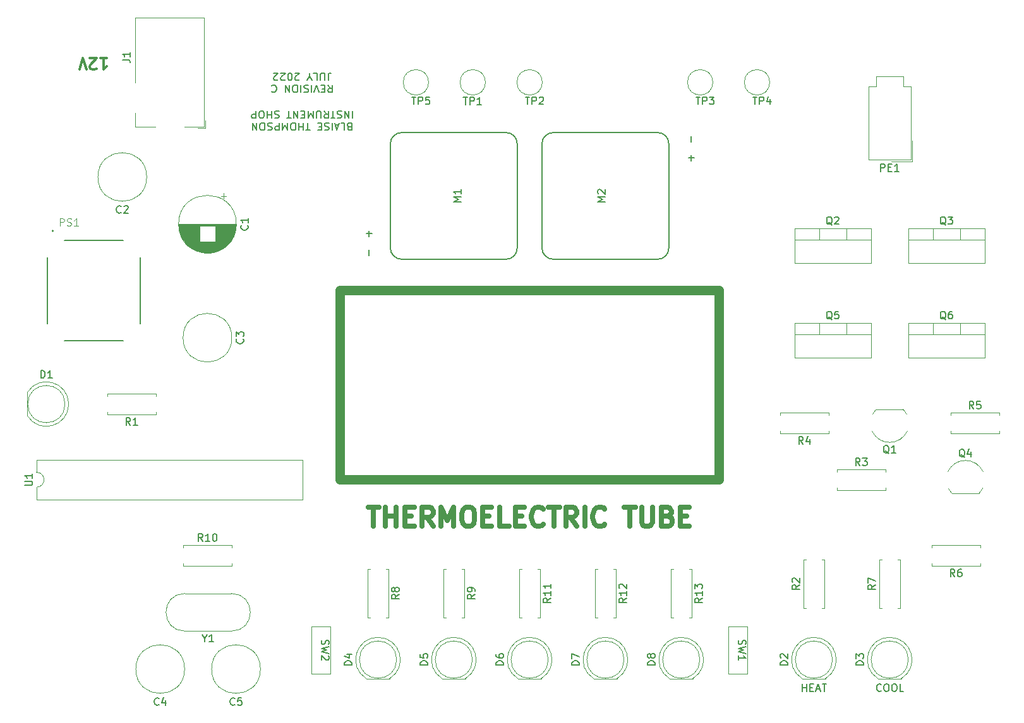
<source format=gbr>
G04 #@! TF.GenerationSoftware,KiCad,Pcbnew,6.0.6+dfsg-1*
G04 #@! TF.CreationDate,2022-07-08T16:57:29-05:00*
G04 #@! TF.ProjectId,thermoelectric-tube,74686572-6d6f-4656-9c65-63747269632d,C*
G04 #@! TF.SameCoordinates,Original*
G04 #@! TF.FileFunction,Legend,Top*
G04 #@! TF.FilePolarity,Positive*
%FSLAX46Y46*%
G04 Gerber Fmt 4.6, Leading zero omitted, Abs format (unit mm)*
G04 Created by KiCad (PCBNEW 6.0.6+dfsg-1) date 2022-07-08 16:57:29*
%MOMM*%
%LPD*%
G01*
G04 APERTURE LIST*
%ADD10C,1.270000*%
%ADD11C,0.150000*%
%ADD12C,0.300000*%
%ADD13C,0.635000*%
%ADD14C,0.015000*%
%ADD15C,0.120000*%
%ADD16C,0.127000*%
%ADD17C,0.200000*%
G04 APERTURE END LIST*
D10*
X139700000Y-101600000D02*
X88900000Y-101600000D01*
X139700000Y-101600000D02*
X139700000Y-76200000D01*
X88900000Y-101600000D02*
X88900000Y-76200000D01*
X88900000Y-76200000D02*
X139700000Y-76200000D01*
D11*
X150852380Y-129992380D02*
X150852380Y-128992380D01*
X150852380Y-129468571D02*
X151423809Y-129468571D01*
X151423809Y-129992380D02*
X151423809Y-128992380D01*
X151900000Y-129468571D02*
X152233333Y-129468571D01*
X152376190Y-129992380D02*
X151900000Y-129992380D01*
X151900000Y-128992380D01*
X152376190Y-128992380D01*
X152757142Y-129706666D02*
X153233333Y-129706666D01*
X152661904Y-129992380D02*
X152995238Y-128992380D01*
X153328571Y-129992380D01*
X153519047Y-128992380D02*
X154090476Y-128992380D01*
X153804761Y-129992380D02*
X153804761Y-128992380D01*
X161417142Y-129897142D02*
X161369523Y-129944761D01*
X161226666Y-129992380D01*
X161131428Y-129992380D01*
X160988571Y-129944761D01*
X160893333Y-129849523D01*
X160845714Y-129754285D01*
X160798095Y-129563809D01*
X160798095Y-129420952D01*
X160845714Y-129230476D01*
X160893333Y-129135238D01*
X160988571Y-129040000D01*
X161131428Y-128992380D01*
X161226666Y-128992380D01*
X161369523Y-129040000D01*
X161417142Y-129087619D01*
X162036190Y-128992380D02*
X162226666Y-128992380D01*
X162321904Y-129040000D01*
X162417142Y-129135238D01*
X162464761Y-129325714D01*
X162464761Y-129659047D01*
X162417142Y-129849523D01*
X162321904Y-129944761D01*
X162226666Y-129992380D01*
X162036190Y-129992380D01*
X161940952Y-129944761D01*
X161845714Y-129849523D01*
X161798095Y-129659047D01*
X161798095Y-129325714D01*
X161845714Y-129135238D01*
X161940952Y-129040000D01*
X162036190Y-128992380D01*
X163083809Y-128992380D02*
X163274285Y-128992380D01*
X163369523Y-129040000D01*
X163464761Y-129135238D01*
X163512380Y-129325714D01*
X163512380Y-129659047D01*
X163464761Y-129849523D01*
X163369523Y-129944761D01*
X163274285Y-129992380D01*
X163083809Y-129992380D01*
X162988571Y-129944761D01*
X162893333Y-129849523D01*
X162845714Y-129659047D01*
X162845714Y-129325714D01*
X162893333Y-129135238D01*
X162988571Y-129040000D01*
X163083809Y-128992380D01*
X164417142Y-129992380D02*
X163940952Y-129992380D01*
X163940952Y-128992380D01*
X87272380Y-48612619D02*
X87605714Y-49088809D01*
X87843809Y-48612619D02*
X87843809Y-49612619D01*
X87462857Y-49612619D01*
X87367619Y-49565000D01*
X87320000Y-49517380D01*
X87272380Y-49422142D01*
X87272380Y-49279285D01*
X87320000Y-49184047D01*
X87367619Y-49136428D01*
X87462857Y-49088809D01*
X87843809Y-49088809D01*
X86843809Y-49136428D02*
X86510476Y-49136428D01*
X86367619Y-48612619D02*
X86843809Y-48612619D01*
X86843809Y-49612619D01*
X86367619Y-49612619D01*
X86081904Y-49612619D02*
X85748571Y-48612619D01*
X85415238Y-49612619D01*
X85081904Y-48612619D02*
X85081904Y-49612619D01*
X84653333Y-48660238D02*
X84510476Y-48612619D01*
X84272380Y-48612619D01*
X84177142Y-48660238D01*
X84129523Y-48707857D01*
X84081904Y-48803095D01*
X84081904Y-48898333D01*
X84129523Y-48993571D01*
X84177142Y-49041190D01*
X84272380Y-49088809D01*
X84462857Y-49136428D01*
X84558095Y-49184047D01*
X84605714Y-49231666D01*
X84653333Y-49326904D01*
X84653333Y-49422142D01*
X84605714Y-49517380D01*
X84558095Y-49565000D01*
X84462857Y-49612619D01*
X84224761Y-49612619D01*
X84081904Y-49565000D01*
X83653333Y-48612619D02*
X83653333Y-49612619D01*
X82986666Y-49612619D02*
X82796190Y-49612619D01*
X82700952Y-49565000D01*
X82605714Y-49469761D01*
X82558095Y-49279285D01*
X82558095Y-48945952D01*
X82605714Y-48755476D01*
X82700952Y-48660238D01*
X82796190Y-48612619D01*
X82986666Y-48612619D01*
X83081904Y-48660238D01*
X83177142Y-48755476D01*
X83224761Y-48945952D01*
X83224761Y-49279285D01*
X83177142Y-49469761D01*
X83081904Y-49565000D01*
X82986666Y-49612619D01*
X82129523Y-48612619D02*
X82129523Y-49612619D01*
X81558095Y-48612619D01*
X81558095Y-49612619D01*
X79748571Y-48707857D02*
X79796190Y-48660238D01*
X79939047Y-48612619D01*
X80034285Y-48612619D01*
X80177142Y-48660238D01*
X80272380Y-48755476D01*
X80320000Y-48850714D01*
X80367619Y-49041190D01*
X80367619Y-49184047D01*
X80320000Y-49374523D01*
X80272380Y-49469761D01*
X80177142Y-49565000D01*
X80034285Y-49612619D01*
X79939047Y-49612619D01*
X79796190Y-49565000D01*
X79748571Y-49517380D01*
X87320000Y-48002619D02*
X87320000Y-47288333D01*
X87367619Y-47145476D01*
X87462857Y-47050238D01*
X87605714Y-47002619D01*
X87700952Y-47002619D01*
X86843809Y-48002619D02*
X86843809Y-47193095D01*
X86796190Y-47097857D01*
X86748571Y-47050238D01*
X86653333Y-47002619D01*
X86462857Y-47002619D01*
X86367619Y-47050238D01*
X86320000Y-47097857D01*
X86272380Y-47193095D01*
X86272380Y-48002619D01*
X85320000Y-47002619D02*
X85796190Y-47002619D01*
X85796190Y-48002619D01*
X84796190Y-47478809D02*
X84796190Y-47002619D01*
X85129523Y-48002619D02*
X84796190Y-47478809D01*
X84462857Y-48002619D01*
X83415238Y-47907380D02*
X83367619Y-47955000D01*
X83272380Y-48002619D01*
X83034285Y-48002619D01*
X82939047Y-47955000D01*
X82891428Y-47907380D01*
X82843809Y-47812142D01*
X82843809Y-47716904D01*
X82891428Y-47574047D01*
X83462857Y-47002619D01*
X82843809Y-47002619D01*
X82224761Y-48002619D02*
X82129523Y-48002619D01*
X82034285Y-47955000D01*
X81986666Y-47907380D01*
X81939047Y-47812142D01*
X81891428Y-47621666D01*
X81891428Y-47383571D01*
X81939047Y-47193095D01*
X81986666Y-47097857D01*
X82034285Y-47050238D01*
X82129523Y-47002619D01*
X82224761Y-47002619D01*
X82320000Y-47050238D01*
X82367619Y-47097857D01*
X82415238Y-47193095D01*
X82462857Y-47383571D01*
X82462857Y-47621666D01*
X82415238Y-47812142D01*
X82367619Y-47907380D01*
X82320000Y-47955000D01*
X82224761Y-48002619D01*
X81510476Y-47907380D02*
X81462857Y-47955000D01*
X81367619Y-48002619D01*
X81129523Y-48002619D01*
X81034285Y-47955000D01*
X80986666Y-47907380D01*
X80939047Y-47812142D01*
X80939047Y-47716904D01*
X80986666Y-47574047D01*
X81558095Y-47002619D01*
X80939047Y-47002619D01*
X80558095Y-47907380D02*
X80510476Y-47955000D01*
X80415238Y-48002619D01*
X80177142Y-48002619D01*
X80081904Y-47955000D01*
X80034285Y-47907380D01*
X79986666Y-47812142D01*
X79986666Y-47716904D01*
X80034285Y-47574047D01*
X80605714Y-47002619D01*
X79986666Y-47002619D01*
D12*
X56808571Y-45041428D02*
X57665714Y-45041428D01*
X57237142Y-45041428D02*
X57237142Y-46541428D01*
X57380000Y-46327142D01*
X57522857Y-46184285D01*
X57665714Y-46112857D01*
X56237142Y-46398571D02*
X56165714Y-46470000D01*
X56022857Y-46541428D01*
X55665714Y-46541428D01*
X55522857Y-46470000D01*
X55451428Y-46398571D01*
X55380000Y-46255714D01*
X55380000Y-46112857D01*
X55451428Y-45898571D01*
X56308571Y-45041428D01*
X55380000Y-45041428D01*
X54951428Y-46541428D02*
X54451428Y-45041428D01*
X53951428Y-46541428D01*
D11*
X90153333Y-54216428D02*
X90010476Y-54168809D01*
X89962857Y-54121190D01*
X89915238Y-54025952D01*
X89915238Y-53883095D01*
X89962857Y-53787857D01*
X90010476Y-53740238D01*
X90105714Y-53692619D01*
X90486666Y-53692619D01*
X90486666Y-54692619D01*
X90153333Y-54692619D01*
X90058095Y-54645000D01*
X90010476Y-54597380D01*
X89962857Y-54502142D01*
X89962857Y-54406904D01*
X90010476Y-54311666D01*
X90058095Y-54264047D01*
X90153333Y-54216428D01*
X90486666Y-54216428D01*
X89010476Y-53692619D02*
X89486666Y-53692619D01*
X89486666Y-54692619D01*
X88724761Y-53978333D02*
X88248571Y-53978333D01*
X88820000Y-53692619D02*
X88486666Y-54692619D01*
X88153333Y-53692619D01*
X87820000Y-53692619D02*
X87820000Y-54692619D01*
X87391428Y-53740238D02*
X87248571Y-53692619D01*
X87010476Y-53692619D01*
X86915238Y-53740238D01*
X86867619Y-53787857D01*
X86820000Y-53883095D01*
X86820000Y-53978333D01*
X86867619Y-54073571D01*
X86915238Y-54121190D01*
X87010476Y-54168809D01*
X87200952Y-54216428D01*
X87296190Y-54264047D01*
X87343809Y-54311666D01*
X87391428Y-54406904D01*
X87391428Y-54502142D01*
X87343809Y-54597380D01*
X87296190Y-54645000D01*
X87200952Y-54692619D01*
X86962857Y-54692619D01*
X86820000Y-54645000D01*
X86391428Y-54216428D02*
X86058095Y-54216428D01*
X85915238Y-53692619D02*
X86391428Y-53692619D01*
X86391428Y-54692619D01*
X85915238Y-54692619D01*
X84867619Y-54692619D02*
X84296190Y-54692619D01*
X84581904Y-53692619D02*
X84581904Y-54692619D01*
X83962857Y-53692619D02*
X83962857Y-54692619D01*
X83962857Y-54216428D02*
X83391428Y-54216428D01*
X83391428Y-53692619D02*
X83391428Y-54692619D01*
X82724761Y-54692619D02*
X82534285Y-54692619D01*
X82439047Y-54645000D01*
X82343809Y-54549761D01*
X82296190Y-54359285D01*
X82296190Y-54025952D01*
X82343809Y-53835476D01*
X82439047Y-53740238D01*
X82534285Y-53692619D01*
X82724761Y-53692619D01*
X82820000Y-53740238D01*
X82915238Y-53835476D01*
X82962857Y-54025952D01*
X82962857Y-54359285D01*
X82915238Y-54549761D01*
X82820000Y-54645000D01*
X82724761Y-54692619D01*
X81867619Y-53692619D02*
X81867619Y-54692619D01*
X81534285Y-53978333D01*
X81200952Y-54692619D01*
X81200952Y-53692619D01*
X80724761Y-53692619D02*
X80724761Y-54692619D01*
X80343809Y-54692619D01*
X80248571Y-54645000D01*
X80200952Y-54597380D01*
X80153333Y-54502142D01*
X80153333Y-54359285D01*
X80200952Y-54264047D01*
X80248571Y-54216428D01*
X80343809Y-54168809D01*
X80724761Y-54168809D01*
X79772380Y-53740238D02*
X79629523Y-53692619D01*
X79391428Y-53692619D01*
X79296190Y-53740238D01*
X79248571Y-53787857D01*
X79200952Y-53883095D01*
X79200952Y-53978333D01*
X79248571Y-54073571D01*
X79296190Y-54121190D01*
X79391428Y-54168809D01*
X79581904Y-54216428D01*
X79677142Y-54264047D01*
X79724761Y-54311666D01*
X79772380Y-54406904D01*
X79772380Y-54502142D01*
X79724761Y-54597380D01*
X79677142Y-54645000D01*
X79581904Y-54692619D01*
X79343809Y-54692619D01*
X79200952Y-54645000D01*
X78581904Y-54692619D02*
X78391428Y-54692619D01*
X78296190Y-54645000D01*
X78200952Y-54549761D01*
X78153333Y-54359285D01*
X78153333Y-54025952D01*
X78200952Y-53835476D01*
X78296190Y-53740238D01*
X78391428Y-53692619D01*
X78581904Y-53692619D01*
X78677142Y-53740238D01*
X78772380Y-53835476D01*
X78820000Y-54025952D01*
X78820000Y-54359285D01*
X78772380Y-54549761D01*
X78677142Y-54645000D01*
X78581904Y-54692619D01*
X77724761Y-53692619D02*
X77724761Y-54692619D01*
X77153333Y-53692619D01*
X77153333Y-54692619D01*
X90558095Y-52082619D02*
X90558095Y-53082619D01*
X90081904Y-52082619D02*
X90081904Y-53082619D01*
X89510476Y-52082619D01*
X89510476Y-53082619D01*
X89081904Y-52130238D02*
X88939047Y-52082619D01*
X88700952Y-52082619D01*
X88605714Y-52130238D01*
X88558095Y-52177857D01*
X88510476Y-52273095D01*
X88510476Y-52368333D01*
X88558095Y-52463571D01*
X88605714Y-52511190D01*
X88700952Y-52558809D01*
X88891428Y-52606428D01*
X88986666Y-52654047D01*
X89034285Y-52701666D01*
X89081904Y-52796904D01*
X89081904Y-52892142D01*
X89034285Y-52987380D01*
X88986666Y-53035000D01*
X88891428Y-53082619D01*
X88653333Y-53082619D01*
X88510476Y-53035000D01*
X88224761Y-53082619D02*
X87653333Y-53082619D01*
X87939047Y-52082619D02*
X87939047Y-53082619D01*
X86748571Y-52082619D02*
X87081904Y-52558809D01*
X87320000Y-52082619D02*
X87320000Y-53082619D01*
X86939047Y-53082619D01*
X86843809Y-53035000D01*
X86796190Y-52987380D01*
X86748571Y-52892142D01*
X86748571Y-52749285D01*
X86796190Y-52654047D01*
X86843809Y-52606428D01*
X86939047Y-52558809D01*
X87320000Y-52558809D01*
X86320000Y-53082619D02*
X86320000Y-52273095D01*
X86272380Y-52177857D01*
X86224761Y-52130238D01*
X86129523Y-52082619D01*
X85939047Y-52082619D01*
X85843809Y-52130238D01*
X85796190Y-52177857D01*
X85748571Y-52273095D01*
X85748571Y-53082619D01*
X85272380Y-52082619D02*
X85272380Y-53082619D01*
X84939047Y-52368333D01*
X84605714Y-53082619D01*
X84605714Y-52082619D01*
X84129523Y-52606428D02*
X83796190Y-52606428D01*
X83653333Y-52082619D02*
X84129523Y-52082619D01*
X84129523Y-53082619D01*
X83653333Y-53082619D01*
X83224761Y-52082619D02*
X83224761Y-53082619D01*
X82653333Y-52082619D01*
X82653333Y-53082619D01*
X82320000Y-53082619D02*
X81748571Y-53082619D01*
X82034285Y-52082619D02*
X82034285Y-53082619D01*
X80700952Y-52130238D02*
X80558095Y-52082619D01*
X80320000Y-52082619D01*
X80224761Y-52130238D01*
X80177142Y-52177857D01*
X80129523Y-52273095D01*
X80129523Y-52368333D01*
X80177142Y-52463571D01*
X80224761Y-52511190D01*
X80320000Y-52558809D01*
X80510476Y-52606428D01*
X80605714Y-52654047D01*
X80653333Y-52701666D01*
X80700952Y-52796904D01*
X80700952Y-52892142D01*
X80653333Y-52987380D01*
X80605714Y-53035000D01*
X80510476Y-53082619D01*
X80272380Y-53082619D01*
X80129523Y-53035000D01*
X79700952Y-52082619D02*
X79700952Y-53082619D01*
X79700952Y-52606428D02*
X79129523Y-52606428D01*
X79129523Y-52082619D02*
X79129523Y-53082619D01*
X78462857Y-53082619D02*
X78272380Y-53082619D01*
X78177142Y-53035000D01*
X78081904Y-52939761D01*
X78034285Y-52749285D01*
X78034285Y-52415952D01*
X78081904Y-52225476D01*
X78177142Y-52130238D01*
X78272380Y-52082619D01*
X78462857Y-52082619D01*
X78558095Y-52130238D01*
X78653333Y-52225476D01*
X78700952Y-52415952D01*
X78700952Y-52749285D01*
X78653333Y-52939761D01*
X78558095Y-53035000D01*
X78462857Y-53082619D01*
X77605714Y-52082619D02*
X77605714Y-53082619D01*
X77224761Y-53082619D01*
X77129523Y-53035000D01*
X77081904Y-52987380D01*
X77034285Y-52892142D01*
X77034285Y-52749285D01*
X77081904Y-52654047D01*
X77129523Y-52606428D01*
X77224761Y-52558809D01*
X77605714Y-52558809D01*
D13*
X92649523Y-105289047D02*
X94100952Y-105289047D01*
X93375238Y-107829047D02*
X93375238Y-105289047D01*
X94947619Y-107829047D02*
X94947619Y-105289047D01*
X94947619Y-106498571D02*
X96399047Y-106498571D01*
X96399047Y-107829047D02*
X96399047Y-105289047D01*
X97608571Y-106498571D02*
X98455238Y-106498571D01*
X98818095Y-107829047D02*
X97608571Y-107829047D01*
X97608571Y-105289047D01*
X98818095Y-105289047D01*
X101358095Y-107829047D02*
X100511428Y-106619523D01*
X99906666Y-107829047D02*
X99906666Y-105289047D01*
X100874285Y-105289047D01*
X101116190Y-105410000D01*
X101237142Y-105530952D01*
X101358095Y-105772857D01*
X101358095Y-106135714D01*
X101237142Y-106377619D01*
X101116190Y-106498571D01*
X100874285Y-106619523D01*
X99906666Y-106619523D01*
X102446666Y-107829047D02*
X102446666Y-105289047D01*
X103293333Y-107103333D01*
X104140000Y-105289047D01*
X104140000Y-107829047D01*
X105833333Y-105289047D02*
X106317142Y-105289047D01*
X106559047Y-105410000D01*
X106800952Y-105651904D01*
X106921904Y-106135714D01*
X106921904Y-106982380D01*
X106800952Y-107466190D01*
X106559047Y-107708095D01*
X106317142Y-107829047D01*
X105833333Y-107829047D01*
X105591428Y-107708095D01*
X105349523Y-107466190D01*
X105228571Y-106982380D01*
X105228571Y-106135714D01*
X105349523Y-105651904D01*
X105591428Y-105410000D01*
X105833333Y-105289047D01*
X108010476Y-106498571D02*
X108857142Y-106498571D01*
X109220000Y-107829047D02*
X108010476Y-107829047D01*
X108010476Y-105289047D01*
X109220000Y-105289047D01*
X111518095Y-107829047D02*
X110308571Y-107829047D01*
X110308571Y-105289047D01*
X112364761Y-106498571D02*
X113211428Y-106498571D01*
X113574285Y-107829047D02*
X112364761Y-107829047D01*
X112364761Y-105289047D01*
X113574285Y-105289047D01*
X116114285Y-107587142D02*
X115993333Y-107708095D01*
X115630476Y-107829047D01*
X115388571Y-107829047D01*
X115025714Y-107708095D01*
X114783809Y-107466190D01*
X114662857Y-107224285D01*
X114541904Y-106740476D01*
X114541904Y-106377619D01*
X114662857Y-105893809D01*
X114783809Y-105651904D01*
X115025714Y-105410000D01*
X115388571Y-105289047D01*
X115630476Y-105289047D01*
X115993333Y-105410000D01*
X116114285Y-105530952D01*
X116840000Y-105289047D02*
X118291428Y-105289047D01*
X117565714Y-107829047D02*
X117565714Y-105289047D01*
X120589523Y-107829047D02*
X119742857Y-106619523D01*
X119138095Y-107829047D02*
X119138095Y-105289047D01*
X120105714Y-105289047D01*
X120347619Y-105410000D01*
X120468571Y-105530952D01*
X120589523Y-105772857D01*
X120589523Y-106135714D01*
X120468571Y-106377619D01*
X120347619Y-106498571D01*
X120105714Y-106619523D01*
X119138095Y-106619523D01*
X121678095Y-107829047D02*
X121678095Y-105289047D01*
X124339047Y-107587142D02*
X124218095Y-107708095D01*
X123855238Y-107829047D01*
X123613333Y-107829047D01*
X123250476Y-107708095D01*
X123008571Y-107466190D01*
X122887619Y-107224285D01*
X122766666Y-106740476D01*
X122766666Y-106377619D01*
X122887619Y-105893809D01*
X123008571Y-105651904D01*
X123250476Y-105410000D01*
X123613333Y-105289047D01*
X123855238Y-105289047D01*
X124218095Y-105410000D01*
X124339047Y-105530952D01*
X127000000Y-105289047D02*
X128451428Y-105289047D01*
X127725714Y-107829047D02*
X127725714Y-105289047D01*
X129298095Y-105289047D02*
X129298095Y-107345238D01*
X129419047Y-107587142D01*
X129540000Y-107708095D01*
X129781904Y-107829047D01*
X130265714Y-107829047D01*
X130507619Y-107708095D01*
X130628571Y-107587142D01*
X130749523Y-107345238D01*
X130749523Y-105289047D01*
X132805714Y-106498571D02*
X133168571Y-106619523D01*
X133289523Y-106740476D01*
X133410476Y-106982380D01*
X133410476Y-107345238D01*
X133289523Y-107587142D01*
X133168571Y-107708095D01*
X132926666Y-107829047D01*
X131959047Y-107829047D01*
X131959047Y-105289047D01*
X132805714Y-105289047D01*
X133047619Y-105410000D01*
X133168571Y-105530952D01*
X133289523Y-105772857D01*
X133289523Y-106014761D01*
X133168571Y-106256666D01*
X133047619Y-106377619D01*
X132805714Y-106498571D01*
X131959047Y-106498571D01*
X134499047Y-106498571D02*
X135345714Y-106498571D01*
X135708571Y-107829047D02*
X134499047Y-107829047D01*
X134499047Y-105289047D01*
X135708571Y-105289047D01*
D11*
X172624761Y-98587619D02*
X172529523Y-98540000D01*
X172434285Y-98444761D01*
X172291428Y-98301904D01*
X172196190Y-98254285D01*
X172100952Y-98254285D01*
X172148571Y-98492380D02*
X172053333Y-98444761D01*
X171958095Y-98349523D01*
X171910476Y-98159047D01*
X171910476Y-97825714D01*
X171958095Y-97635238D01*
X172053333Y-97540000D01*
X172148571Y-97492380D01*
X172339047Y-97492380D01*
X172434285Y-97540000D01*
X172529523Y-97635238D01*
X172577142Y-97825714D01*
X172577142Y-98159047D01*
X172529523Y-98349523D01*
X172434285Y-98444761D01*
X172339047Y-98492380D01*
X172148571Y-98492380D01*
X173434285Y-97825714D02*
X173434285Y-98492380D01*
X173196190Y-97444761D02*
X172958095Y-98159047D01*
X173577142Y-98159047D01*
X59543333Y-65717142D02*
X59495714Y-65764761D01*
X59352857Y-65812380D01*
X59257619Y-65812380D01*
X59114761Y-65764761D01*
X59019523Y-65669523D01*
X58971904Y-65574285D01*
X58924285Y-65383809D01*
X58924285Y-65240952D01*
X58971904Y-65050476D01*
X59019523Y-64955238D01*
X59114761Y-64860000D01*
X59257619Y-64812380D01*
X59352857Y-64812380D01*
X59495714Y-64860000D01*
X59543333Y-64907619D01*
X59924285Y-64907619D02*
X59971904Y-64860000D01*
X60067142Y-64812380D01*
X60305238Y-64812380D01*
X60400476Y-64860000D01*
X60448095Y-64907619D01*
X60495714Y-65002857D01*
X60495714Y-65098095D01*
X60448095Y-65240952D01*
X59876666Y-65812380D01*
X60495714Y-65812380D01*
X48791904Y-87932380D02*
X48791904Y-86932380D01*
X49030000Y-86932380D01*
X49172857Y-86980000D01*
X49268095Y-87075238D01*
X49315714Y-87170476D01*
X49363333Y-87360952D01*
X49363333Y-87503809D01*
X49315714Y-87694285D01*
X49268095Y-87789523D01*
X49172857Y-87884761D01*
X49030000Y-87932380D01*
X48791904Y-87932380D01*
X50315714Y-87932380D02*
X49744285Y-87932380D01*
X50030000Y-87932380D02*
X50030000Y-86932380D01*
X49934761Y-87075238D01*
X49839523Y-87170476D01*
X49744285Y-87218095D01*
X148892380Y-126468095D02*
X147892380Y-126468095D01*
X147892380Y-126230000D01*
X147940000Y-126087142D01*
X148035238Y-125991904D01*
X148130476Y-125944285D01*
X148320952Y-125896666D01*
X148463809Y-125896666D01*
X148654285Y-125944285D01*
X148749523Y-125991904D01*
X148844761Y-126087142D01*
X148892380Y-126230000D01*
X148892380Y-126468095D01*
X147987619Y-125515714D02*
X147940000Y-125468095D01*
X147892380Y-125372857D01*
X147892380Y-125134761D01*
X147940000Y-125039523D01*
X147987619Y-124991904D01*
X148082857Y-124944285D01*
X148178095Y-124944285D01*
X148320952Y-124991904D01*
X148892380Y-125563333D01*
X148892380Y-124944285D01*
X159052380Y-126468095D02*
X158052380Y-126468095D01*
X158052380Y-126230000D01*
X158100000Y-126087142D01*
X158195238Y-125991904D01*
X158290476Y-125944285D01*
X158480952Y-125896666D01*
X158623809Y-125896666D01*
X158814285Y-125944285D01*
X158909523Y-125991904D01*
X159004761Y-126087142D01*
X159052380Y-126230000D01*
X159052380Y-126468095D01*
X158052380Y-125563333D02*
X158052380Y-124944285D01*
X158433333Y-125277619D01*
X158433333Y-125134761D01*
X158480952Y-125039523D01*
X158528571Y-124991904D01*
X158623809Y-124944285D01*
X158861904Y-124944285D01*
X158957142Y-124991904D01*
X159004761Y-125039523D01*
X159052380Y-125134761D01*
X159052380Y-125420476D01*
X159004761Y-125515714D01*
X158957142Y-125563333D01*
X59742380Y-45223333D02*
X60456666Y-45223333D01*
X60599523Y-45270952D01*
X60694761Y-45366190D01*
X60742380Y-45509047D01*
X60742380Y-45604285D01*
X60742380Y-44223333D02*
X60742380Y-44794761D01*
X60742380Y-44509047D02*
X59742380Y-44509047D01*
X59885238Y-44604285D01*
X59980476Y-44699523D01*
X60028095Y-44794761D01*
X170084761Y-67397619D02*
X169989523Y-67350000D01*
X169894285Y-67254761D01*
X169751428Y-67111904D01*
X169656190Y-67064285D01*
X169560952Y-67064285D01*
X169608571Y-67302380D02*
X169513333Y-67254761D01*
X169418095Y-67159523D01*
X169370476Y-66969047D01*
X169370476Y-66635714D01*
X169418095Y-66445238D01*
X169513333Y-66350000D01*
X169608571Y-66302380D01*
X169799047Y-66302380D01*
X169894285Y-66350000D01*
X169989523Y-66445238D01*
X170037142Y-66635714D01*
X170037142Y-66969047D01*
X169989523Y-67159523D01*
X169894285Y-67254761D01*
X169799047Y-67302380D01*
X169608571Y-67302380D01*
X170370476Y-66302380D02*
X170989523Y-66302380D01*
X170656190Y-66683333D01*
X170799047Y-66683333D01*
X170894285Y-66730952D01*
X170941904Y-66778571D01*
X170989523Y-66873809D01*
X170989523Y-67111904D01*
X170941904Y-67207142D01*
X170894285Y-67254761D01*
X170799047Y-67302380D01*
X170513333Y-67302380D01*
X170418095Y-67254761D01*
X170370476Y-67207142D01*
X154844761Y-80097619D02*
X154749523Y-80050000D01*
X154654285Y-79954761D01*
X154511428Y-79811904D01*
X154416190Y-79764285D01*
X154320952Y-79764285D01*
X154368571Y-80002380D02*
X154273333Y-79954761D01*
X154178095Y-79859523D01*
X154130476Y-79669047D01*
X154130476Y-79335714D01*
X154178095Y-79145238D01*
X154273333Y-79050000D01*
X154368571Y-79002380D01*
X154559047Y-79002380D01*
X154654285Y-79050000D01*
X154749523Y-79145238D01*
X154797142Y-79335714D01*
X154797142Y-79669047D01*
X154749523Y-79859523D01*
X154654285Y-79954761D01*
X154559047Y-80002380D01*
X154368571Y-80002380D01*
X155701904Y-79002380D02*
X155225714Y-79002380D01*
X155178095Y-79478571D01*
X155225714Y-79430952D01*
X155320952Y-79383333D01*
X155559047Y-79383333D01*
X155654285Y-79430952D01*
X155701904Y-79478571D01*
X155749523Y-79573809D01*
X155749523Y-79811904D01*
X155701904Y-79907142D01*
X155654285Y-79954761D01*
X155559047Y-80002380D01*
X155320952Y-80002380D01*
X155225714Y-79954761D01*
X155178095Y-79907142D01*
X170084761Y-80097619D02*
X169989523Y-80050000D01*
X169894285Y-79954761D01*
X169751428Y-79811904D01*
X169656190Y-79764285D01*
X169560952Y-79764285D01*
X169608571Y-80002380D02*
X169513333Y-79954761D01*
X169418095Y-79859523D01*
X169370476Y-79669047D01*
X169370476Y-79335714D01*
X169418095Y-79145238D01*
X169513333Y-79050000D01*
X169608571Y-79002380D01*
X169799047Y-79002380D01*
X169894285Y-79050000D01*
X169989523Y-79145238D01*
X170037142Y-79335714D01*
X170037142Y-79669047D01*
X169989523Y-79859523D01*
X169894285Y-79954761D01*
X169799047Y-80002380D01*
X169608571Y-80002380D01*
X170894285Y-79002380D02*
X170703809Y-79002380D01*
X170608571Y-79050000D01*
X170560952Y-79097619D01*
X170465714Y-79240476D01*
X170418095Y-79430952D01*
X170418095Y-79811904D01*
X170465714Y-79907142D01*
X170513333Y-79954761D01*
X170608571Y-80002380D01*
X170799047Y-80002380D01*
X170894285Y-79954761D01*
X170941904Y-79907142D01*
X170989523Y-79811904D01*
X170989523Y-79573809D01*
X170941904Y-79478571D01*
X170894285Y-79430952D01*
X170799047Y-79383333D01*
X170608571Y-79383333D01*
X170513333Y-79430952D01*
X170465714Y-79478571D01*
X170418095Y-79573809D01*
X76477142Y-67456666D02*
X76524761Y-67504285D01*
X76572380Y-67647142D01*
X76572380Y-67742380D01*
X76524761Y-67885238D01*
X76429523Y-67980476D01*
X76334285Y-68028095D01*
X76143809Y-68075714D01*
X76000952Y-68075714D01*
X75810476Y-68028095D01*
X75715238Y-67980476D01*
X75620000Y-67885238D01*
X75572380Y-67742380D01*
X75572380Y-67647142D01*
X75620000Y-67504285D01*
X75667619Y-67456666D01*
X76572380Y-66504285D02*
X76572380Y-67075714D01*
X76572380Y-66790000D02*
X75572380Y-66790000D01*
X75715238Y-66885238D01*
X75810476Y-66980476D01*
X75858095Y-67075714D01*
X158583333Y-99682380D02*
X158250000Y-99206190D01*
X158011904Y-99682380D02*
X158011904Y-98682380D01*
X158392857Y-98682380D01*
X158488095Y-98730000D01*
X158535714Y-98777619D01*
X158583333Y-98872857D01*
X158583333Y-99015714D01*
X158535714Y-99110952D01*
X158488095Y-99158571D01*
X158392857Y-99206190D01*
X158011904Y-99206190D01*
X158916666Y-98682380D02*
X159535714Y-98682380D01*
X159202380Y-99063333D01*
X159345238Y-99063333D01*
X159440476Y-99110952D01*
X159488095Y-99158571D01*
X159535714Y-99253809D01*
X159535714Y-99491904D01*
X159488095Y-99587142D01*
X159440476Y-99634761D01*
X159345238Y-99682380D01*
X159059523Y-99682380D01*
X158964285Y-99634761D01*
X158916666Y-99587142D01*
X171283333Y-114582380D02*
X170950000Y-114106190D01*
X170711904Y-114582380D02*
X170711904Y-113582380D01*
X171092857Y-113582380D01*
X171188095Y-113630000D01*
X171235714Y-113677619D01*
X171283333Y-113772857D01*
X171283333Y-113915714D01*
X171235714Y-114010952D01*
X171188095Y-114058571D01*
X171092857Y-114106190D01*
X170711904Y-114106190D01*
X172140476Y-113582380D02*
X171950000Y-113582380D01*
X171854761Y-113630000D01*
X171807142Y-113677619D01*
X171711904Y-113820476D01*
X171664285Y-114010952D01*
X171664285Y-114391904D01*
X171711904Y-114487142D01*
X171759523Y-114534761D01*
X171854761Y-114582380D01*
X172045238Y-114582380D01*
X172140476Y-114534761D01*
X172188095Y-114487142D01*
X172235714Y-114391904D01*
X172235714Y-114153809D01*
X172188095Y-114058571D01*
X172140476Y-114010952D01*
X172045238Y-113963333D01*
X171854761Y-113963333D01*
X171759523Y-114010952D01*
X171711904Y-114058571D01*
X171664285Y-114153809D01*
X160642380Y-115736666D02*
X160166190Y-116070000D01*
X160642380Y-116308095D02*
X159642380Y-116308095D01*
X159642380Y-115927142D01*
X159690000Y-115831904D01*
X159737619Y-115784285D01*
X159832857Y-115736666D01*
X159975714Y-115736666D01*
X160070952Y-115784285D01*
X160118571Y-115831904D01*
X160166190Y-115927142D01*
X160166190Y-116308095D01*
X159642380Y-115403333D02*
X159642380Y-114736666D01*
X160642380Y-115165238D01*
X173823333Y-92062380D02*
X173490000Y-91586190D01*
X173251904Y-92062380D02*
X173251904Y-91062380D01*
X173632857Y-91062380D01*
X173728095Y-91110000D01*
X173775714Y-91157619D01*
X173823333Y-91252857D01*
X173823333Y-91395714D01*
X173775714Y-91490952D01*
X173728095Y-91538571D01*
X173632857Y-91586190D01*
X173251904Y-91586190D01*
X174728095Y-91062380D02*
X174251904Y-91062380D01*
X174204285Y-91538571D01*
X174251904Y-91490952D01*
X174347142Y-91443333D01*
X174585238Y-91443333D01*
X174680476Y-91490952D01*
X174728095Y-91538571D01*
X174775714Y-91633809D01*
X174775714Y-91871904D01*
X174728095Y-91967142D01*
X174680476Y-92014761D01*
X174585238Y-92062380D01*
X174347142Y-92062380D01*
X174251904Y-92014761D01*
X174204285Y-91967142D01*
X150482380Y-115736666D02*
X150006190Y-116070000D01*
X150482380Y-116308095D02*
X149482380Y-116308095D01*
X149482380Y-115927142D01*
X149530000Y-115831904D01*
X149577619Y-115784285D01*
X149672857Y-115736666D01*
X149815714Y-115736666D01*
X149910952Y-115784285D01*
X149958571Y-115831904D01*
X150006190Y-115927142D01*
X150006190Y-116308095D01*
X149577619Y-115355714D02*
X149530000Y-115308095D01*
X149482380Y-115212857D01*
X149482380Y-114974761D01*
X149530000Y-114879523D01*
X149577619Y-114831904D01*
X149672857Y-114784285D01*
X149768095Y-114784285D01*
X149910952Y-114831904D01*
X150482380Y-115403333D01*
X150482380Y-114784285D01*
X162464761Y-98087619D02*
X162369523Y-98040000D01*
X162274285Y-97944761D01*
X162131428Y-97801904D01*
X162036190Y-97754285D01*
X161940952Y-97754285D01*
X161988571Y-97992380D02*
X161893333Y-97944761D01*
X161798095Y-97849523D01*
X161750476Y-97659047D01*
X161750476Y-97325714D01*
X161798095Y-97135238D01*
X161893333Y-97040000D01*
X161988571Y-96992380D01*
X162179047Y-96992380D01*
X162274285Y-97040000D01*
X162369523Y-97135238D01*
X162417142Y-97325714D01*
X162417142Y-97659047D01*
X162369523Y-97849523D01*
X162274285Y-97944761D01*
X162179047Y-97992380D01*
X161988571Y-97992380D01*
X163369523Y-97992380D02*
X162798095Y-97992380D01*
X163083809Y-97992380D02*
X163083809Y-96992380D01*
X162988571Y-97135238D01*
X162893333Y-97230476D01*
X162798095Y-97278095D01*
X150963333Y-96802380D02*
X150630000Y-96326190D01*
X150391904Y-96802380D02*
X150391904Y-95802380D01*
X150772857Y-95802380D01*
X150868095Y-95850000D01*
X150915714Y-95897619D01*
X150963333Y-95992857D01*
X150963333Y-96135714D01*
X150915714Y-96230952D01*
X150868095Y-96278571D01*
X150772857Y-96326190D01*
X150391904Y-96326190D01*
X151820476Y-96135714D02*
X151820476Y-96802380D01*
X151582380Y-95754761D02*
X151344285Y-96469047D01*
X151963333Y-96469047D01*
X154844761Y-67397619D02*
X154749523Y-67350000D01*
X154654285Y-67254761D01*
X154511428Y-67111904D01*
X154416190Y-67064285D01*
X154320952Y-67064285D01*
X154368571Y-67302380D02*
X154273333Y-67254761D01*
X154178095Y-67159523D01*
X154130476Y-66969047D01*
X154130476Y-66635714D01*
X154178095Y-66445238D01*
X154273333Y-66350000D01*
X154368571Y-66302380D01*
X154559047Y-66302380D01*
X154654285Y-66350000D01*
X154749523Y-66445238D01*
X154797142Y-66635714D01*
X154797142Y-66969047D01*
X154749523Y-67159523D01*
X154654285Y-67254761D01*
X154559047Y-67302380D01*
X154368571Y-67302380D01*
X155178095Y-66397619D02*
X155225714Y-66350000D01*
X155320952Y-66302380D01*
X155559047Y-66302380D01*
X155654285Y-66350000D01*
X155701904Y-66397619D01*
X155749523Y-66492857D01*
X155749523Y-66588095D01*
X155701904Y-66730952D01*
X155130476Y-67302380D01*
X155749523Y-67302380D01*
X105092380Y-64309523D02*
X104092380Y-64309523D01*
X104806666Y-63976190D01*
X104092380Y-63642857D01*
X105092380Y-63642857D01*
X105092380Y-62642857D02*
X105092380Y-63214285D01*
X105092380Y-62928571D02*
X104092380Y-62928571D01*
X104235238Y-63023809D01*
X104330476Y-63119047D01*
X104378095Y-63214285D01*
X92781428Y-68960952D02*
X92781428Y-68199047D01*
X93162380Y-68580000D02*
X92400476Y-68580000D01*
X92781428Y-71500952D02*
X92781428Y-70739047D01*
X124412380Y-64309523D02*
X123412380Y-64309523D01*
X124126666Y-63976190D01*
X123412380Y-63642857D01*
X124412380Y-63642857D01*
X123507619Y-63214285D02*
X123460000Y-63166666D01*
X123412380Y-63071428D01*
X123412380Y-62833333D01*
X123460000Y-62738095D01*
X123507619Y-62690476D01*
X123602857Y-62642857D01*
X123698095Y-62642857D01*
X123840952Y-62690476D01*
X124412380Y-63261904D01*
X124412380Y-62642857D01*
X135961428Y-58800952D02*
X135961428Y-58039047D01*
X136342380Y-58420000D02*
X135580476Y-58420000D01*
X135961428Y-56260952D02*
X135961428Y-55499047D01*
X161369523Y-60202380D02*
X161369523Y-59202380D01*
X161750476Y-59202380D01*
X161845714Y-59250000D01*
X161893333Y-59297619D01*
X161940952Y-59392857D01*
X161940952Y-59535714D01*
X161893333Y-59630952D01*
X161845714Y-59678571D01*
X161750476Y-59726190D01*
X161369523Y-59726190D01*
X162369523Y-59678571D02*
X162702857Y-59678571D01*
X162845714Y-60202380D02*
X162369523Y-60202380D01*
X162369523Y-59202380D01*
X162845714Y-59202380D01*
X163798095Y-60202380D02*
X163226666Y-60202380D01*
X163512380Y-60202380D02*
X163512380Y-59202380D01*
X163417142Y-59345238D01*
X163321904Y-59440476D01*
X163226666Y-59488095D01*
X98498095Y-50212380D02*
X99069523Y-50212380D01*
X98783809Y-51212380D02*
X98783809Y-50212380D01*
X99402857Y-51212380D02*
X99402857Y-50212380D01*
X99783809Y-50212380D01*
X99879047Y-50260000D01*
X99926666Y-50307619D01*
X99974285Y-50402857D01*
X99974285Y-50545714D01*
X99926666Y-50640952D01*
X99879047Y-50688571D01*
X99783809Y-50736190D01*
X99402857Y-50736190D01*
X100879047Y-50212380D02*
X100402857Y-50212380D01*
X100355238Y-50688571D01*
X100402857Y-50640952D01*
X100498095Y-50593333D01*
X100736190Y-50593333D01*
X100831428Y-50640952D01*
X100879047Y-50688571D01*
X100926666Y-50783809D01*
X100926666Y-51021904D01*
X100879047Y-51117142D01*
X100831428Y-51164761D01*
X100736190Y-51212380D01*
X100498095Y-51212380D01*
X100402857Y-51164761D01*
X100355238Y-51117142D01*
X100632380Y-126468095D02*
X99632380Y-126468095D01*
X99632380Y-126230000D01*
X99680000Y-126087142D01*
X99775238Y-125991904D01*
X99870476Y-125944285D01*
X100060952Y-125896666D01*
X100203809Y-125896666D01*
X100394285Y-125944285D01*
X100489523Y-125991904D01*
X100584761Y-126087142D01*
X100632380Y-126230000D01*
X100632380Y-126468095D01*
X99632380Y-124991904D02*
X99632380Y-125468095D01*
X100108571Y-125515714D01*
X100060952Y-125468095D01*
X100013333Y-125372857D01*
X100013333Y-125134761D01*
X100060952Y-125039523D01*
X100108571Y-124991904D01*
X100203809Y-124944285D01*
X100441904Y-124944285D01*
X100537142Y-124991904D01*
X100584761Y-125039523D01*
X100632380Y-125134761D01*
X100632380Y-125372857D01*
X100584761Y-125468095D01*
X100537142Y-125515714D01*
X120952380Y-126468095D02*
X119952380Y-126468095D01*
X119952380Y-126230000D01*
X120000000Y-126087142D01*
X120095238Y-125991904D01*
X120190476Y-125944285D01*
X120380952Y-125896666D01*
X120523809Y-125896666D01*
X120714285Y-125944285D01*
X120809523Y-125991904D01*
X120904761Y-126087142D01*
X120952380Y-126230000D01*
X120952380Y-126468095D01*
X119952380Y-125563333D02*
X119952380Y-124896666D01*
X120952380Y-125325238D01*
X75877142Y-82696666D02*
X75924761Y-82744285D01*
X75972380Y-82887142D01*
X75972380Y-82982380D01*
X75924761Y-83125238D01*
X75829523Y-83220476D01*
X75734285Y-83268095D01*
X75543809Y-83315714D01*
X75400952Y-83315714D01*
X75210476Y-83268095D01*
X75115238Y-83220476D01*
X75020000Y-83125238D01*
X74972380Y-82982380D01*
X74972380Y-82887142D01*
X75020000Y-82744285D01*
X75067619Y-82696666D01*
X74972380Y-82363333D02*
X74972380Y-81744285D01*
X75353333Y-82077619D01*
X75353333Y-81934761D01*
X75400952Y-81839523D01*
X75448571Y-81791904D01*
X75543809Y-81744285D01*
X75781904Y-81744285D01*
X75877142Y-81791904D01*
X75924761Y-81839523D01*
X75972380Y-81934761D01*
X75972380Y-82220476D01*
X75924761Y-82315714D01*
X75877142Y-82363333D01*
X137442380Y-117482857D02*
X136966190Y-117816190D01*
X137442380Y-118054285D02*
X136442380Y-118054285D01*
X136442380Y-117673333D01*
X136490000Y-117578095D01*
X136537619Y-117530476D01*
X136632857Y-117482857D01*
X136775714Y-117482857D01*
X136870952Y-117530476D01*
X136918571Y-117578095D01*
X136966190Y-117673333D01*
X136966190Y-118054285D01*
X137442380Y-116530476D02*
X137442380Y-117101904D01*
X137442380Y-116816190D02*
X136442380Y-116816190D01*
X136585238Y-116911428D01*
X136680476Y-117006666D01*
X136728095Y-117101904D01*
X136442380Y-116197142D02*
X136442380Y-115578095D01*
X136823333Y-115911428D01*
X136823333Y-115768571D01*
X136870952Y-115673333D01*
X136918571Y-115625714D01*
X137013809Y-115578095D01*
X137251904Y-115578095D01*
X137347142Y-115625714D01*
X137394761Y-115673333D01*
X137442380Y-115768571D01*
X137442380Y-116054285D01*
X137394761Y-116149523D01*
X137347142Y-116197142D01*
X106962380Y-117006666D02*
X106486190Y-117340000D01*
X106962380Y-117578095D02*
X105962380Y-117578095D01*
X105962380Y-117197142D01*
X106010000Y-117101904D01*
X106057619Y-117054285D01*
X106152857Y-117006666D01*
X106295714Y-117006666D01*
X106390952Y-117054285D01*
X106438571Y-117101904D01*
X106486190Y-117197142D01*
X106486190Y-117578095D01*
X106962380Y-116530476D02*
X106962380Y-116340000D01*
X106914761Y-116244761D01*
X106867142Y-116197142D01*
X106724285Y-116101904D01*
X106533809Y-116054285D01*
X106152857Y-116054285D01*
X106057619Y-116101904D01*
X106010000Y-116149523D01*
X105962380Y-116244761D01*
X105962380Y-116435238D01*
X106010000Y-116530476D01*
X106057619Y-116578095D01*
X106152857Y-116625714D01*
X106390952Y-116625714D01*
X106486190Y-116578095D01*
X106533809Y-116530476D01*
X106581428Y-116435238D01*
X106581428Y-116244761D01*
X106533809Y-116149523D01*
X106486190Y-116101904D01*
X106390952Y-116054285D01*
X46662380Y-102351904D02*
X47471904Y-102351904D01*
X47567142Y-102304285D01*
X47614761Y-102256666D01*
X47662380Y-102161428D01*
X47662380Y-101970952D01*
X47614761Y-101875714D01*
X47567142Y-101828095D01*
X47471904Y-101780476D01*
X46662380Y-101780476D01*
X47662380Y-100780476D02*
X47662380Y-101351904D01*
X47662380Y-101066190D02*
X46662380Y-101066190D01*
X46805238Y-101161428D01*
X46900476Y-101256666D01*
X46948095Y-101351904D01*
X142335238Y-123126666D02*
X142287619Y-123269523D01*
X142287619Y-123507619D01*
X142335238Y-123602857D01*
X142382857Y-123650476D01*
X142478095Y-123698095D01*
X142573333Y-123698095D01*
X142668571Y-123650476D01*
X142716190Y-123602857D01*
X142763809Y-123507619D01*
X142811428Y-123317142D01*
X142859047Y-123221904D01*
X142906666Y-123174285D01*
X143001904Y-123126666D01*
X143097142Y-123126666D01*
X143192380Y-123174285D01*
X143240000Y-123221904D01*
X143287619Y-123317142D01*
X143287619Y-123555238D01*
X143240000Y-123698095D01*
X143287619Y-124031428D02*
X142287619Y-124269523D01*
X143001904Y-124460000D01*
X142287619Y-124650476D01*
X143287619Y-124888571D01*
X142287619Y-125793333D02*
X142287619Y-125221904D01*
X142287619Y-125507619D02*
X143287619Y-125507619D01*
X143144761Y-125412380D01*
X143049523Y-125317142D01*
X143001904Y-125221904D01*
X70477142Y-109842380D02*
X70143809Y-109366190D01*
X69905714Y-109842380D02*
X69905714Y-108842380D01*
X70286666Y-108842380D01*
X70381904Y-108890000D01*
X70429523Y-108937619D01*
X70477142Y-109032857D01*
X70477142Y-109175714D01*
X70429523Y-109270952D01*
X70381904Y-109318571D01*
X70286666Y-109366190D01*
X69905714Y-109366190D01*
X71429523Y-109842380D02*
X70858095Y-109842380D01*
X71143809Y-109842380D02*
X71143809Y-108842380D01*
X71048571Y-108985238D01*
X70953333Y-109080476D01*
X70858095Y-109128095D01*
X72048571Y-108842380D02*
X72143809Y-108842380D01*
X72239047Y-108890000D01*
X72286666Y-108937619D01*
X72334285Y-109032857D01*
X72381904Y-109223333D01*
X72381904Y-109461428D01*
X72334285Y-109651904D01*
X72286666Y-109747142D01*
X72239047Y-109794761D01*
X72143809Y-109842380D01*
X72048571Y-109842380D01*
X71953333Y-109794761D01*
X71905714Y-109747142D01*
X71858095Y-109651904D01*
X71810476Y-109461428D01*
X71810476Y-109223333D01*
X71858095Y-109032857D01*
X71905714Y-108937619D01*
X71953333Y-108890000D01*
X72048571Y-108842380D01*
X90472380Y-126468095D02*
X89472380Y-126468095D01*
X89472380Y-126230000D01*
X89520000Y-126087142D01*
X89615238Y-125991904D01*
X89710476Y-125944285D01*
X89900952Y-125896666D01*
X90043809Y-125896666D01*
X90234285Y-125944285D01*
X90329523Y-125991904D01*
X90424761Y-126087142D01*
X90472380Y-126230000D01*
X90472380Y-126468095D01*
X89805714Y-125039523D02*
X90472380Y-125039523D01*
X89424761Y-125277619D02*
X90139047Y-125515714D01*
X90139047Y-124896666D01*
X105418095Y-50252380D02*
X105989523Y-50252380D01*
X105703809Y-51252380D02*
X105703809Y-50252380D01*
X106322857Y-51252380D02*
X106322857Y-50252380D01*
X106703809Y-50252380D01*
X106799047Y-50300000D01*
X106846666Y-50347619D01*
X106894285Y-50442857D01*
X106894285Y-50585714D01*
X106846666Y-50680952D01*
X106799047Y-50728571D01*
X106703809Y-50776190D01*
X106322857Y-50776190D01*
X107846666Y-51252380D02*
X107275238Y-51252380D01*
X107560952Y-51252380D02*
X107560952Y-50252380D01*
X107465714Y-50395238D01*
X107370476Y-50490476D01*
X107275238Y-50538095D01*
X136598095Y-50212380D02*
X137169523Y-50212380D01*
X136883809Y-51212380D02*
X136883809Y-50212380D01*
X137502857Y-51212380D02*
X137502857Y-50212380D01*
X137883809Y-50212380D01*
X137979047Y-50260000D01*
X138026666Y-50307619D01*
X138074285Y-50402857D01*
X138074285Y-50545714D01*
X138026666Y-50640952D01*
X137979047Y-50688571D01*
X137883809Y-50736190D01*
X137502857Y-50736190D01*
X138407619Y-50212380D02*
X139026666Y-50212380D01*
X138693333Y-50593333D01*
X138836190Y-50593333D01*
X138931428Y-50640952D01*
X138979047Y-50688571D01*
X139026666Y-50783809D01*
X139026666Y-51021904D01*
X138979047Y-51117142D01*
X138931428Y-51164761D01*
X138836190Y-51212380D01*
X138550476Y-51212380D01*
X138455238Y-51164761D01*
X138407619Y-51117142D01*
X127282380Y-117482857D02*
X126806190Y-117816190D01*
X127282380Y-118054285D02*
X126282380Y-118054285D01*
X126282380Y-117673333D01*
X126330000Y-117578095D01*
X126377619Y-117530476D01*
X126472857Y-117482857D01*
X126615714Y-117482857D01*
X126710952Y-117530476D01*
X126758571Y-117578095D01*
X126806190Y-117673333D01*
X126806190Y-118054285D01*
X127282380Y-116530476D02*
X127282380Y-117101904D01*
X127282380Y-116816190D02*
X126282380Y-116816190D01*
X126425238Y-116911428D01*
X126520476Y-117006666D01*
X126568095Y-117101904D01*
X126377619Y-116149523D02*
X126330000Y-116101904D01*
X126282380Y-116006666D01*
X126282380Y-115768571D01*
X126330000Y-115673333D01*
X126377619Y-115625714D01*
X126472857Y-115578095D01*
X126568095Y-115578095D01*
X126710952Y-115625714D01*
X127282380Y-116197142D01*
X127282380Y-115578095D01*
X64623333Y-131757142D02*
X64575714Y-131804761D01*
X64432857Y-131852380D01*
X64337619Y-131852380D01*
X64194761Y-131804761D01*
X64099523Y-131709523D01*
X64051904Y-131614285D01*
X64004285Y-131423809D01*
X64004285Y-131280952D01*
X64051904Y-131090476D01*
X64099523Y-130995238D01*
X64194761Y-130900000D01*
X64337619Y-130852380D01*
X64432857Y-130852380D01*
X64575714Y-130900000D01*
X64623333Y-130947619D01*
X65480476Y-131185714D02*
X65480476Y-131852380D01*
X65242380Y-130804761D02*
X65004285Y-131519047D01*
X65623333Y-131519047D01*
X60793333Y-94262380D02*
X60460000Y-93786190D01*
X60221904Y-94262380D02*
X60221904Y-93262380D01*
X60602857Y-93262380D01*
X60698095Y-93310000D01*
X60745714Y-93357619D01*
X60793333Y-93452857D01*
X60793333Y-93595714D01*
X60745714Y-93690952D01*
X60698095Y-93738571D01*
X60602857Y-93786190D01*
X60221904Y-93786190D01*
X61745714Y-94262380D02*
X61174285Y-94262380D01*
X61460000Y-94262380D02*
X61460000Y-93262380D01*
X61364761Y-93405238D01*
X61269523Y-93500476D01*
X61174285Y-93548095D01*
X117122380Y-117482857D02*
X116646190Y-117816190D01*
X117122380Y-118054285D02*
X116122380Y-118054285D01*
X116122380Y-117673333D01*
X116170000Y-117578095D01*
X116217619Y-117530476D01*
X116312857Y-117482857D01*
X116455714Y-117482857D01*
X116550952Y-117530476D01*
X116598571Y-117578095D01*
X116646190Y-117673333D01*
X116646190Y-118054285D01*
X117122380Y-116530476D02*
X117122380Y-117101904D01*
X117122380Y-116816190D02*
X116122380Y-116816190D01*
X116265238Y-116911428D01*
X116360476Y-117006666D01*
X116408095Y-117101904D01*
X117122380Y-115578095D02*
X117122380Y-116149523D01*
X117122380Y-115863809D02*
X116122380Y-115863809D01*
X116265238Y-115959047D01*
X116360476Y-116054285D01*
X116408095Y-116149523D01*
X144218095Y-50212380D02*
X144789523Y-50212380D01*
X144503809Y-51212380D02*
X144503809Y-50212380D01*
X145122857Y-51212380D02*
X145122857Y-50212380D01*
X145503809Y-50212380D01*
X145599047Y-50260000D01*
X145646666Y-50307619D01*
X145694285Y-50402857D01*
X145694285Y-50545714D01*
X145646666Y-50640952D01*
X145599047Y-50688571D01*
X145503809Y-50736190D01*
X145122857Y-50736190D01*
X146551428Y-50545714D02*
X146551428Y-51212380D01*
X146313333Y-50164761D02*
X146075238Y-50879047D01*
X146694285Y-50879047D01*
X110792380Y-126468095D02*
X109792380Y-126468095D01*
X109792380Y-126230000D01*
X109840000Y-126087142D01*
X109935238Y-125991904D01*
X110030476Y-125944285D01*
X110220952Y-125896666D01*
X110363809Y-125896666D01*
X110554285Y-125944285D01*
X110649523Y-125991904D01*
X110744761Y-126087142D01*
X110792380Y-126230000D01*
X110792380Y-126468095D01*
X109792380Y-125039523D02*
X109792380Y-125230000D01*
X109840000Y-125325238D01*
X109887619Y-125372857D01*
X110030476Y-125468095D01*
X110220952Y-125515714D01*
X110601904Y-125515714D01*
X110697142Y-125468095D01*
X110744761Y-125420476D01*
X110792380Y-125325238D01*
X110792380Y-125134761D01*
X110744761Y-125039523D01*
X110697142Y-124991904D01*
X110601904Y-124944285D01*
X110363809Y-124944285D01*
X110268571Y-124991904D01*
X110220952Y-125039523D01*
X110173333Y-125134761D01*
X110173333Y-125325238D01*
X110220952Y-125420476D01*
X110268571Y-125468095D01*
X110363809Y-125515714D01*
X131112380Y-126468095D02*
X130112380Y-126468095D01*
X130112380Y-126230000D01*
X130160000Y-126087142D01*
X130255238Y-125991904D01*
X130350476Y-125944285D01*
X130540952Y-125896666D01*
X130683809Y-125896666D01*
X130874285Y-125944285D01*
X130969523Y-125991904D01*
X131064761Y-126087142D01*
X131112380Y-126230000D01*
X131112380Y-126468095D01*
X130540952Y-125325238D02*
X130493333Y-125420476D01*
X130445714Y-125468095D01*
X130350476Y-125515714D01*
X130302857Y-125515714D01*
X130207619Y-125468095D01*
X130160000Y-125420476D01*
X130112380Y-125325238D01*
X130112380Y-125134761D01*
X130160000Y-125039523D01*
X130207619Y-124991904D01*
X130302857Y-124944285D01*
X130350476Y-124944285D01*
X130445714Y-124991904D01*
X130493333Y-125039523D01*
X130540952Y-125134761D01*
X130540952Y-125325238D01*
X130588571Y-125420476D01*
X130636190Y-125468095D01*
X130731428Y-125515714D01*
X130921904Y-125515714D01*
X131017142Y-125468095D01*
X131064761Y-125420476D01*
X131112380Y-125325238D01*
X131112380Y-125134761D01*
X131064761Y-125039523D01*
X131017142Y-124991904D01*
X130921904Y-124944285D01*
X130731428Y-124944285D01*
X130636190Y-124991904D01*
X130588571Y-125039523D01*
X130540952Y-125134761D01*
D14*
X51340714Y-67517380D02*
X51340714Y-66517380D01*
X51721666Y-66517380D01*
X51816904Y-66565000D01*
X51864523Y-66612619D01*
X51912142Y-66707857D01*
X51912142Y-66850714D01*
X51864523Y-66945952D01*
X51816904Y-66993571D01*
X51721666Y-67041190D01*
X51340714Y-67041190D01*
X52293095Y-67469761D02*
X52435952Y-67517380D01*
X52674047Y-67517380D01*
X52769285Y-67469761D01*
X52816904Y-67422142D01*
X52864523Y-67326904D01*
X52864523Y-67231666D01*
X52816904Y-67136428D01*
X52769285Y-67088809D01*
X52674047Y-67041190D01*
X52483571Y-66993571D01*
X52388333Y-66945952D01*
X52340714Y-66898333D01*
X52293095Y-66803095D01*
X52293095Y-66707857D01*
X52340714Y-66612619D01*
X52388333Y-66565000D01*
X52483571Y-66517380D01*
X52721666Y-66517380D01*
X52864523Y-66565000D01*
X53816904Y-67517380D02*
X53245476Y-67517380D01*
X53531190Y-67517380D02*
X53531190Y-66517380D01*
X53435952Y-66660238D01*
X53340714Y-66755476D01*
X53245476Y-66803095D01*
D11*
X70743809Y-122881190D02*
X70743809Y-123357380D01*
X70410476Y-122357380D02*
X70743809Y-122881190D01*
X71077142Y-122357380D01*
X71934285Y-123357380D02*
X71362857Y-123357380D01*
X71648571Y-123357380D02*
X71648571Y-122357380D01*
X71553333Y-122500238D01*
X71458095Y-122595476D01*
X71362857Y-122643095D01*
X86455238Y-123126666D02*
X86407619Y-123269523D01*
X86407619Y-123507619D01*
X86455238Y-123602857D01*
X86502857Y-123650476D01*
X86598095Y-123698095D01*
X86693333Y-123698095D01*
X86788571Y-123650476D01*
X86836190Y-123602857D01*
X86883809Y-123507619D01*
X86931428Y-123317142D01*
X86979047Y-123221904D01*
X87026666Y-123174285D01*
X87121904Y-123126666D01*
X87217142Y-123126666D01*
X87312380Y-123174285D01*
X87360000Y-123221904D01*
X87407619Y-123317142D01*
X87407619Y-123555238D01*
X87360000Y-123698095D01*
X87407619Y-124031428D02*
X86407619Y-124269523D01*
X87121904Y-124460000D01*
X86407619Y-124650476D01*
X87407619Y-124888571D01*
X87312380Y-125221904D02*
X87360000Y-125269523D01*
X87407619Y-125364761D01*
X87407619Y-125602857D01*
X87360000Y-125698095D01*
X87312380Y-125745714D01*
X87217142Y-125793333D01*
X87121904Y-125793333D01*
X86979047Y-125745714D01*
X86407619Y-125174285D01*
X86407619Y-125793333D01*
X113738095Y-50212380D02*
X114309523Y-50212380D01*
X114023809Y-51212380D02*
X114023809Y-50212380D01*
X114642857Y-51212380D02*
X114642857Y-50212380D01*
X115023809Y-50212380D01*
X115119047Y-50260000D01*
X115166666Y-50307619D01*
X115214285Y-50402857D01*
X115214285Y-50545714D01*
X115166666Y-50640952D01*
X115119047Y-50688571D01*
X115023809Y-50736190D01*
X114642857Y-50736190D01*
X115595238Y-50307619D02*
X115642857Y-50260000D01*
X115738095Y-50212380D01*
X115976190Y-50212380D01*
X116071428Y-50260000D01*
X116119047Y-50307619D01*
X116166666Y-50402857D01*
X116166666Y-50498095D01*
X116119047Y-50640952D01*
X115547619Y-51212380D01*
X116166666Y-51212380D01*
X74783333Y-131757142D02*
X74735714Y-131804761D01*
X74592857Y-131852380D01*
X74497619Y-131852380D01*
X74354761Y-131804761D01*
X74259523Y-131709523D01*
X74211904Y-131614285D01*
X74164285Y-131423809D01*
X74164285Y-131280952D01*
X74211904Y-131090476D01*
X74259523Y-130995238D01*
X74354761Y-130900000D01*
X74497619Y-130852380D01*
X74592857Y-130852380D01*
X74735714Y-130900000D01*
X74783333Y-130947619D01*
X75688095Y-130852380D02*
X75211904Y-130852380D01*
X75164285Y-131328571D01*
X75211904Y-131280952D01*
X75307142Y-131233333D01*
X75545238Y-131233333D01*
X75640476Y-131280952D01*
X75688095Y-131328571D01*
X75735714Y-131423809D01*
X75735714Y-131661904D01*
X75688095Y-131757142D01*
X75640476Y-131804761D01*
X75545238Y-131852380D01*
X75307142Y-131852380D01*
X75211904Y-131804761D01*
X75164285Y-131757142D01*
X96802380Y-117006666D02*
X96326190Y-117340000D01*
X96802380Y-117578095D02*
X95802380Y-117578095D01*
X95802380Y-117197142D01*
X95850000Y-117101904D01*
X95897619Y-117054285D01*
X95992857Y-117006666D01*
X96135714Y-117006666D01*
X96230952Y-117054285D01*
X96278571Y-117101904D01*
X96326190Y-117197142D01*
X96326190Y-117578095D01*
X96230952Y-116435238D02*
X96183333Y-116530476D01*
X96135714Y-116578095D01*
X96040476Y-116625714D01*
X95992857Y-116625714D01*
X95897619Y-116578095D01*
X95850000Y-116530476D01*
X95802380Y-116435238D01*
X95802380Y-116244761D01*
X95850000Y-116149523D01*
X95897619Y-116101904D01*
X95992857Y-116054285D01*
X96040476Y-116054285D01*
X96135714Y-116101904D01*
X96183333Y-116149523D01*
X96230952Y-116244761D01*
X96230952Y-116435238D01*
X96278571Y-116530476D01*
X96326190Y-116578095D01*
X96421428Y-116625714D01*
X96611904Y-116625714D01*
X96707142Y-116578095D01*
X96754761Y-116530476D01*
X96802380Y-116435238D01*
X96802380Y-116244761D01*
X96754761Y-116149523D01*
X96707142Y-116101904D01*
X96611904Y-116054285D01*
X96421428Y-116054285D01*
X96326190Y-116101904D01*
X96278571Y-116149523D01*
X96230952Y-116244761D01*
D15*
X170920000Y-103450000D02*
X174520000Y-103450000D01*
X170395816Y-102722795D02*
G75*
G03*
X170920000Y-103450000I2324184J1122795D01*
G01*
X174520000Y-103450000D02*
G75*
G03*
X175044184Y-102722795I-1800000J1850000D01*
G01*
X172720000Y-99000000D02*
G75*
G03*
X170363600Y-100501193I0J-2600000D01*
G01*
X175076400Y-100501193D02*
G75*
G03*
X172720000Y-99000000I-2356400J-1098807D01*
G01*
X62980000Y-60960000D02*
G75*
G03*
X62980000Y-60960000I-3270000J0D01*
G01*
X46970000Y-89895000D02*
X46970000Y-92985000D01*
X52520000Y-91440462D02*
G75*
G03*
X46970000Y-89895170I-2990000J462D01*
G01*
X46970000Y-92984830D02*
G75*
G03*
X52520000Y-91439538I2560000J1544830D01*
G01*
X52030000Y-91440000D02*
G75*
G03*
X52030000Y-91440000I-2500000J0D01*
G01*
X150855000Y-128290000D02*
X153945000Y-128290000D01*
X153944830Y-128290000D02*
G75*
G03*
X152399538Y-122740000I-1544830J2560000D01*
G01*
X152400462Y-122740000D02*
G75*
G03*
X150855170Y-128290000I-462J-2990000D01*
G01*
X154900000Y-125730000D02*
G75*
G03*
X154900000Y-125730000I-2500000J0D01*
G01*
X161015000Y-128290000D02*
X164105000Y-128290000D01*
X162560462Y-122740000D02*
G75*
G03*
X161015170Y-128290000I-462J-2990000D01*
G01*
X164104830Y-128290000D02*
G75*
G03*
X162559538Y-122740000I-1544830J2560000D01*
G01*
X165060000Y-125730000D02*
G75*
G03*
X165060000Y-125730000I-2500000J0D01*
G01*
X61440000Y-54240000D02*
X61440000Y-52340000D01*
X61440000Y-48340000D02*
X61440000Y-39540000D01*
X69790000Y-54440000D02*
X70840000Y-54440000D01*
X70640000Y-39540000D02*
X70640000Y-54240000D01*
X70840000Y-53390000D02*
X70840000Y-54440000D01*
X64140000Y-54240000D02*
X61440000Y-54240000D01*
X70640000Y-54240000D02*
X68040000Y-54240000D01*
X61440000Y-39540000D02*
X70640000Y-39540000D01*
X165060000Y-72491000D02*
X175300000Y-72491000D01*
X172031000Y-67850000D02*
X172031000Y-69360000D01*
X175300000Y-67850000D02*
X175300000Y-72491000D01*
X165060000Y-69360000D02*
X175300000Y-69360000D01*
X165060000Y-67850000D02*
X175300000Y-67850000D01*
X165060000Y-67850000D02*
X165060000Y-72491000D01*
X168330000Y-67850000D02*
X168330000Y-69360000D01*
X149820000Y-85191000D02*
X160060000Y-85191000D01*
X153090000Y-80550000D02*
X153090000Y-82060000D01*
X149820000Y-80550000D02*
X149820000Y-85191000D01*
X156791000Y-80550000D02*
X156791000Y-82060000D01*
X160060000Y-80550000D02*
X160060000Y-85191000D01*
X149820000Y-80550000D02*
X160060000Y-80550000D01*
X149820000Y-82060000D02*
X160060000Y-82060000D01*
X165060000Y-82060000D02*
X175300000Y-82060000D01*
X172031000Y-80550000D02*
X172031000Y-82060000D01*
X165060000Y-80550000D02*
X165060000Y-85191000D01*
X165060000Y-80550000D02*
X175300000Y-80550000D01*
X175300000Y-80550000D02*
X175300000Y-85191000D01*
X168330000Y-80550000D02*
X168330000Y-82060000D01*
X165060000Y-85191000D02*
X175300000Y-85191000D01*
X74506000Y-69091000D02*
X72160000Y-69091000D01*
X72501000Y-70891000D02*
X69739000Y-70891000D01*
X74567000Y-68971000D02*
X72160000Y-68971000D01*
X74849000Y-68171000D02*
X72160000Y-68171000D01*
X70080000Y-69131000D02*
X67755000Y-69131000D01*
X74910000Y-67850000D02*
X72160000Y-67850000D01*
X70080000Y-69051000D02*
X67713000Y-69051000D01*
X74718000Y-68611000D02*
X72160000Y-68611000D01*
X73574000Y-70251000D02*
X68666000Y-70251000D01*
X70080000Y-69171000D02*
X67777000Y-69171000D01*
X70080000Y-68371000D02*
X67443000Y-68371000D01*
X70080000Y-67570000D02*
X67300000Y-67570000D01*
X74441000Y-69211000D02*
X72160000Y-69211000D01*
X74148000Y-69651000D02*
X68092000Y-69651000D01*
X74417000Y-69251000D02*
X72160000Y-69251000D01*
X74840000Y-68211000D02*
X72160000Y-68211000D01*
X70080000Y-67610000D02*
X67303000Y-67610000D01*
X72853000Y-70731000D02*
X69387000Y-70731000D01*
X70080000Y-68251000D02*
X67410000Y-68251000D01*
X74394000Y-69291000D02*
X72160000Y-69291000D01*
X70080000Y-68611000D02*
X67522000Y-68611000D01*
X73670000Y-63522789D02*
X72920000Y-63522789D01*
X74897000Y-67930000D02*
X72160000Y-67930000D01*
X74808000Y-68331000D02*
X72160000Y-68331000D01*
X70080000Y-69011000D02*
X67693000Y-69011000D01*
X70080000Y-68571000D02*
X67507000Y-68571000D01*
X74921000Y-67770000D02*
X72160000Y-67770000D01*
X70080000Y-69491000D02*
X67976000Y-69491000D01*
X74369000Y-69331000D02*
X72160000Y-69331000D01*
X70080000Y-69251000D02*
X67823000Y-69251000D01*
X73947000Y-69891000D02*
X68293000Y-69891000D01*
X74875000Y-68051000D02*
X72160000Y-68051000D01*
X70080000Y-68291000D02*
X67421000Y-68291000D01*
X74622000Y-68851000D02*
X72160000Y-68851000D01*
X70080000Y-67650000D02*
X67306000Y-67650000D01*
X70080000Y-68011000D02*
X67357000Y-68011000D01*
X74704000Y-68651000D02*
X72160000Y-68651000D01*
X74733000Y-68571000D02*
X72160000Y-68571000D01*
X74830000Y-68251000D02*
X72160000Y-68251000D01*
X73295000Y-63147789D02*
X73295000Y-63897789D01*
X74858000Y-68131000D02*
X72160000Y-68131000D01*
X71561000Y-71131000D02*
X70679000Y-71131000D01*
X70080000Y-68451000D02*
X67467000Y-68451000D01*
X74785000Y-68411000D02*
X72160000Y-68411000D01*
X74318000Y-69411000D02*
X72160000Y-69411000D01*
X74890000Y-67970000D02*
X72160000Y-67970000D01*
X70080000Y-69451000D02*
X67948000Y-69451000D01*
X74883000Y-68011000D02*
X72160000Y-68011000D01*
X74586000Y-68931000D02*
X72160000Y-68931000D01*
X74945000Y-67490000D02*
X67295000Y-67490000D01*
X74746000Y-68531000D02*
X72160000Y-68531000D01*
X74904000Y-67890000D02*
X72160000Y-67890000D01*
X74208000Y-69571000D02*
X72160000Y-69571000D01*
X74604000Y-68891000D02*
X72160000Y-68891000D01*
X72148000Y-71011000D02*
X70092000Y-71011000D01*
X72598000Y-70851000D02*
X69642000Y-70851000D01*
X70080000Y-68651000D02*
X67536000Y-68651000D01*
X72774000Y-70771000D02*
X69466000Y-70771000D01*
X70080000Y-69371000D02*
X67896000Y-69371000D01*
X73069000Y-70611000D02*
X69171000Y-70611000D01*
X72395000Y-70931000D02*
X69845000Y-70931000D01*
X72929000Y-70691000D02*
X69311000Y-70691000D01*
X70080000Y-68091000D02*
X67373000Y-68091000D01*
X70080000Y-67530000D02*
X67297000Y-67530000D01*
X70080000Y-68331000D02*
X67432000Y-68331000D01*
X74264000Y-69491000D02*
X72160000Y-69491000D01*
X74463000Y-69171000D02*
X72160000Y-69171000D01*
X73666000Y-70171000D02*
X68574000Y-70171000D01*
X70080000Y-68731000D02*
X67567000Y-68731000D01*
X74915000Y-67810000D02*
X72160000Y-67810000D01*
X70080000Y-69331000D02*
X67871000Y-69331000D01*
X70080000Y-68491000D02*
X67480000Y-68491000D01*
X70080000Y-67770000D02*
X67319000Y-67770000D01*
X70080000Y-67930000D02*
X67343000Y-67930000D01*
X70080000Y-68411000D02*
X67455000Y-68411000D01*
X70080000Y-68171000D02*
X67391000Y-68171000D01*
X74673000Y-68731000D02*
X72160000Y-68731000D01*
X70080000Y-68971000D02*
X67673000Y-68971000D01*
X71997000Y-71051000D02*
X70243000Y-71051000D01*
X74934000Y-67650000D02*
X72160000Y-67650000D01*
X74051000Y-69771000D02*
X68189000Y-69771000D01*
X74656000Y-68771000D02*
X72160000Y-68771000D01*
X70080000Y-69291000D02*
X67846000Y-69291000D01*
X70080000Y-67810000D02*
X67325000Y-67810000D01*
X70080000Y-69531000D02*
X68004000Y-69531000D01*
X74018000Y-69811000D02*
X68222000Y-69811000D01*
X74485000Y-69131000D02*
X72160000Y-69131000D01*
X74950000Y-67370000D02*
X67290000Y-67370000D01*
X72689000Y-70811000D02*
X69551000Y-70811000D01*
X74925000Y-67730000D02*
X72160000Y-67730000D01*
X73793000Y-70051000D02*
X68447000Y-70051000D01*
X74819000Y-68291000D02*
X72160000Y-68291000D01*
X73709000Y-70131000D02*
X68531000Y-70131000D01*
X74292000Y-69451000D02*
X72160000Y-69451000D01*
X73001000Y-70651000D02*
X69239000Y-70651000D01*
X70080000Y-68211000D02*
X67400000Y-68211000D01*
X74760000Y-68491000D02*
X72160000Y-68491000D01*
X74236000Y-69531000D02*
X72160000Y-69531000D01*
X74930000Y-67690000D02*
X72160000Y-67690000D01*
X74937000Y-67610000D02*
X72160000Y-67610000D01*
X73257000Y-70491000D02*
X68983000Y-70491000D01*
X74940000Y-67570000D02*
X72160000Y-67570000D01*
X70080000Y-67890000D02*
X67336000Y-67890000D01*
X73620000Y-70211000D02*
X68620000Y-70211000D01*
X70080000Y-68771000D02*
X67584000Y-68771000D01*
X70080000Y-68851000D02*
X67618000Y-68851000D01*
X70080000Y-69411000D02*
X67922000Y-69411000D01*
X73983000Y-69851000D02*
X68257000Y-69851000D01*
X74084000Y-69731000D02*
X68156000Y-69731000D01*
X74640000Y-68811000D02*
X72160000Y-68811000D01*
X74178000Y-69611000D02*
X68062000Y-69611000D01*
X74950000Y-67290000D02*
X67290000Y-67290000D01*
X74797000Y-68371000D02*
X72160000Y-68371000D01*
X74773000Y-68451000D02*
X72160000Y-68451000D01*
X70080000Y-68811000D02*
X67600000Y-68811000D01*
X73197000Y-70531000D02*
X69043000Y-70531000D01*
X71813000Y-71091000D02*
X70427000Y-71091000D01*
X70080000Y-67730000D02*
X67315000Y-67730000D01*
X74116000Y-69691000D02*
X68124000Y-69691000D01*
X73872000Y-69971000D02*
X68368000Y-69971000D01*
X73910000Y-69931000D02*
X68330000Y-69931000D01*
X70080000Y-68691000D02*
X67552000Y-68691000D01*
X73315000Y-70451000D02*
X68925000Y-70451000D01*
X70080000Y-67970000D02*
X67350000Y-67970000D01*
X73134000Y-70571000D02*
X69106000Y-70571000D01*
X73752000Y-70091000D02*
X68488000Y-70091000D01*
X74344000Y-69371000D02*
X72160000Y-69371000D01*
X74950000Y-67330000D02*
X67290000Y-67330000D01*
X74949000Y-67410000D02*
X67291000Y-67410000D01*
X73525000Y-70291000D02*
X68715000Y-70291000D01*
X70080000Y-69091000D02*
X67734000Y-69091000D01*
X70080000Y-69211000D02*
X67799000Y-69211000D01*
X70080000Y-69571000D02*
X68032000Y-69571000D01*
X73833000Y-70011000D02*
X68407000Y-70011000D01*
X74527000Y-69051000D02*
X72160000Y-69051000D01*
X74947000Y-67450000D02*
X67293000Y-67450000D01*
X73370000Y-70411000D02*
X68870000Y-70411000D01*
X74943000Y-67530000D02*
X72160000Y-67530000D01*
X70080000Y-67690000D02*
X67310000Y-67690000D01*
X70080000Y-68131000D02*
X67382000Y-68131000D01*
X70080000Y-68931000D02*
X67654000Y-68931000D01*
X70080000Y-68531000D02*
X67494000Y-68531000D01*
X73424000Y-70371000D02*
X68816000Y-70371000D01*
X72278000Y-70971000D02*
X69962000Y-70971000D01*
X70080000Y-68051000D02*
X67365000Y-68051000D01*
X74547000Y-69011000D02*
X72160000Y-69011000D01*
X73475000Y-70331000D02*
X68765000Y-70331000D01*
X70080000Y-67850000D02*
X67330000Y-67850000D01*
X74867000Y-68091000D02*
X72160000Y-68091000D01*
X74688000Y-68691000D02*
X72160000Y-68691000D01*
X70080000Y-68891000D02*
X67636000Y-68891000D01*
X74990000Y-67290000D02*
G75*
G03*
X74990000Y-67290000I-3870000J0D01*
G01*
X155480000Y-102640000D02*
X155480000Y-102970000D01*
X162020000Y-102970000D02*
X162020000Y-102640000D01*
X155480000Y-100230000D02*
X162020000Y-100230000D01*
X162020000Y-100230000D02*
X162020000Y-100560000D01*
X155480000Y-102970000D02*
X162020000Y-102970000D01*
X155480000Y-100560000D02*
X155480000Y-100230000D01*
X174720000Y-110390000D02*
X168180000Y-110390000D01*
X168180000Y-110390000D02*
X168180000Y-110720000D01*
X174720000Y-112800000D02*
X174720000Y-113130000D01*
X174720000Y-113130000D02*
X168180000Y-113130000D01*
X168180000Y-113130000D02*
X168180000Y-112800000D01*
X174720000Y-110720000D02*
X174720000Y-110390000D01*
X163600000Y-118840000D02*
X163930000Y-118840000D01*
X163930000Y-118840000D02*
X163930000Y-112300000D01*
X161520000Y-118840000D02*
X161190000Y-118840000D01*
X163930000Y-112300000D02*
X163600000Y-112300000D01*
X161190000Y-112300000D02*
X161520000Y-112300000D01*
X161190000Y-118840000D02*
X161190000Y-112300000D01*
X177260000Y-95350000D02*
X177260000Y-95020000D01*
X170720000Y-92610000D02*
X177260000Y-92610000D01*
X170720000Y-95350000D02*
X177260000Y-95350000D01*
X170720000Y-95020000D02*
X170720000Y-95350000D01*
X170720000Y-92940000D02*
X170720000Y-92610000D01*
X177260000Y-92610000D02*
X177260000Y-92940000D01*
X151030000Y-118840000D02*
X151030000Y-112300000D01*
X151030000Y-112300000D02*
X151360000Y-112300000D01*
X153440000Y-118840000D02*
X153770000Y-118840000D01*
X151360000Y-118840000D02*
X151030000Y-118840000D01*
X153770000Y-112300000D02*
X153440000Y-112300000D01*
X153770000Y-118840000D02*
X153770000Y-112300000D01*
X164360000Y-92130000D02*
X160760000Y-92130000D01*
X164884184Y-92857205D02*
G75*
G03*
X164360000Y-92130000I-2324184J-1122795D01*
G01*
X162560000Y-96580000D02*
G75*
G03*
X164916400Y-95078807I0J2600000D01*
G01*
X160760000Y-92130000D02*
G75*
G03*
X160235816Y-92857205I1800000J-1850000D01*
G01*
X160203600Y-95078807D02*
G75*
G03*
X162560000Y-96580000I2356400J1098807D01*
G01*
X154400000Y-95350000D02*
X147860000Y-95350000D01*
X147860000Y-92610000D02*
X147860000Y-92940000D01*
X154400000Y-95020000D02*
X154400000Y-95350000D01*
X154400000Y-92940000D02*
X154400000Y-92610000D01*
X154400000Y-92610000D02*
X147860000Y-92610000D01*
X147860000Y-95350000D02*
X147860000Y-95020000D01*
X149820000Y-67850000D02*
X149820000Y-72491000D01*
X149820000Y-72491000D02*
X160060000Y-72491000D01*
X149820000Y-69360000D02*
X160060000Y-69360000D01*
X160060000Y-67850000D02*
X160060000Y-72491000D01*
X149820000Y-67850000D02*
X160060000Y-67850000D01*
X153090000Y-67850000D02*
X153090000Y-69360000D01*
X156791000Y-67850000D02*
X156791000Y-69360000D01*
D11*
X95640000Y-70500000D02*
X95640000Y-56500000D01*
X97140000Y-55000000D02*
X111140000Y-55000000D01*
X112640000Y-56500000D02*
X112640000Y-70500000D01*
X111140000Y-72000000D02*
X97140000Y-72000000D01*
X97140000Y-55000000D02*
G75*
G03*
X95640000Y-56500000I0J-1500000D01*
G01*
X112640000Y-56500000D02*
G75*
G03*
X111140000Y-55000000I-1500000J0D01*
G01*
X111140000Y-72000000D02*
G75*
G03*
X112640000Y-70500000I-1J1500001D01*
G01*
X95640000Y-70500000D02*
G75*
G03*
X97140000Y-72000000I1500001J1D01*
G01*
X132960000Y-56500000D02*
X132960000Y-70500000D01*
X117460000Y-55000000D02*
X131460000Y-55000000D01*
X115960000Y-70500000D02*
X115960000Y-56500000D01*
X131460000Y-72000000D02*
X117460000Y-72000000D01*
X132960000Y-56500000D02*
G75*
G03*
X131460000Y-55000000I-1500001J-1D01*
G01*
X117460000Y-55000000D02*
G75*
G03*
X115960000Y-56500000I1J-1500001D01*
G01*
X131460000Y-72000000D02*
G75*
G03*
X132960000Y-70500000I0J1500000D01*
G01*
X115960000Y-70500000D02*
G75*
G03*
X117460000Y-72000000I1500000J0D01*
G01*
D15*
X162760000Y-58900000D02*
X165610000Y-58900000D01*
X165370000Y-48840000D02*
X164370000Y-48840000D01*
X162560000Y-58660000D02*
X165370000Y-58660000D01*
X164370000Y-47440000D02*
X162560000Y-47440000D01*
X160750000Y-48840000D02*
X160750000Y-47440000D01*
X160750000Y-47440000D02*
X162560000Y-47440000D01*
X159750000Y-48840000D02*
X160750000Y-48840000D01*
X165610000Y-58900000D02*
X165610000Y-56050000D01*
X162560000Y-58660000D02*
X159750000Y-58660000D01*
X159750000Y-58660000D02*
X159750000Y-48840000D01*
X164370000Y-48840000D02*
X164370000Y-47440000D01*
X165370000Y-58660000D02*
X165370000Y-48840000D01*
X100760000Y-48260000D02*
G75*
G03*
X100760000Y-48260000I-1700000J0D01*
G01*
X102595000Y-128290000D02*
X105685000Y-128290000D01*
X105684830Y-128290000D02*
G75*
G03*
X104139538Y-122740000I-1544830J2560000D01*
G01*
X104140462Y-122740000D02*
G75*
G03*
X102595170Y-128290000I-462J-2990000D01*
G01*
X106640000Y-125730000D02*
G75*
G03*
X106640000Y-125730000I-2500000J0D01*
G01*
X122915000Y-128290000D02*
X126005000Y-128290000D01*
X124460462Y-122740000D02*
G75*
G03*
X122915170Y-128290000I-462J-2990000D01*
G01*
X126004830Y-128290000D02*
G75*
G03*
X124459538Y-122740000I-1544830J2560000D01*
G01*
X126960000Y-125730000D02*
G75*
G03*
X126960000Y-125730000I-2500000J0D01*
G01*
X74390000Y-82530000D02*
G75*
G03*
X74390000Y-82530000I-3270000J0D01*
G01*
X133580000Y-113570000D02*
X133250000Y-113570000D01*
X135660000Y-113570000D02*
X135990000Y-113570000D01*
X133250000Y-120110000D02*
X133580000Y-120110000D01*
X133250000Y-113570000D02*
X133250000Y-120110000D01*
X135990000Y-120110000D02*
X135660000Y-120110000D01*
X135990000Y-113570000D02*
X135990000Y-120110000D01*
X102770000Y-120110000D02*
X103100000Y-120110000D01*
X102770000Y-113570000D02*
X102770000Y-120110000D01*
X105510000Y-120110000D02*
X105180000Y-120110000D01*
X105510000Y-113570000D02*
X105510000Y-120110000D01*
X105180000Y-113570000D02*
X105510000Y-113570000D01*
X103100000Y-113570000D02*
X102770000Y-113570000D01*
X48210000Y-98940000D02*
X48210000Y-100590000D01*
X48210000Y-104240000D02*
X83890000Y-104240000D01*
X83890000Y-104240000D02*
X83890000Y-98940000D01*
X48210000Y-102590000D02*
X48210000Y-104240000D01*
X83890000Y-98940000D02*
X48210000Y-98940000D01*
X48210000Y-102590000D02*
G75*
G03*
X48210000Y-100590000I0J1000000D01*
G01*
X143510000Y-121285000D02*
X140970000Y-121285000D01*
X140970000Y-121285000D02*
X140970000Y-127635000D01*
X140970000Y-127635000D02*
X143510000Y-127635000D01*
X143510000Y-127635000D02*
X143510000Y-121285000D01*
X74390000Y-113130000D02*
X74390000Y-112800000D01*
X67850000Y-110720000D02*
X67850000Y-110390000D01*
X67850000Y-113130000D02*
X74390000Y-113130000D01*
X74390000Y-110390000D02*
X74390000Y-110720000D01*
X67850000Y-110390000D02*
X74390000Y-110390000D01*
X67850000Y-112800000D02*
X67850000Y-113130000D01*
X92435000Y-128290000D02*
X95525000Y-128290000D01*
X95524830Y-128290000D02*
G75*
G03*
X93979538Y-122740000I-1544830J2560000D01*
G01*
X93980462Y-122740000D02*
G75*
G03*
X92435170Y-128290000I-462J-2990000D01*
G01*
X96480000Y-125730000D02*
G75*
G03*
X96480000Y-125730000I-2500000J0D01*
G01*
X108380000Y-48260000D02*
G75*
G03*
X108380000Y-48260000I-1700000J0D01*
G01*
X138860000Y-48260000D02*
G75*
G03*
X138860000Y-48260000I-1700000J0D01*
G01*
X123090000Y-113570000D02*
X123090000Y-120110000D01*
X123090000Y-120110000D02*
X123420000Y-120110000D01*
X125830000Y-120110000D02*
X125500000Y-120110000D01*
X125830000Y-113570000D02*
X125830000Y-120110000D01*
X125500000Y-113570000D02*
X125830000Y-113570000D01*
X123420000Y-113570000D02*
X123090000Y-113570000D01*
X68060000Y-127000000D02*
G75*
G03*
X68060000Y-127000000I-3270000J0D01*
G01*
X64230000Y-92810000D02*
X57690000Y-92810000D01*
X57690000Y-90070000D02*
X57690000Y-90400000D01*
X57690000Y-92810000D02*
X57690000Y-92480000D01*
X64230000Y-90400000D02*
X64230000Y-90070000D01*
X64230000Y-90070000D02*
X57690000Y-90070000D01*
X64230000Y-92480000D02*
X64230000Y-92810000D01*
X112930000Y-120110000D02*
X113260000Y-120110000D01*
X115670000Y-120110000D02*
X115340000Y-120110000D01*
X115340000Y-113570000D02*
X115670000Y-113570000D01*
X112930000Y-113570000D02*
X112930000Y-120110000D01*
X115670000Y-113570000D02*
X115670000Y-120110000D01*
X113260000Y-113570000D02*
X112930000Y-113570000D01*
X146480000Y-48260000D02*
G75*
G03*
X146480000Y-48260000I-1700000J0D01*
G01*
X112755000Y-128290000D02*
X115845000Y-128290000D01*
X115844830Y-128290000D02*
G75*
G03*
X114299538Y-122740000I-1544830J2560000D01*
G01*
X114300462Y-122740000D02*
G75*
G03*
X112755170Y-128290000I-462J-2990000D01*
G01*
X116800000Y-125730000D02*
G75*
G03*
X116800000Y-125730000I-2500000J0D01*
G01*
X133075000Y-128290000D02*
X136165000Y-128290000D01*
X136164830Y-128290000D02*
G75*
G03*
X134619538Y-122740000I-1544830J2560000D01*
G01*
X134620462Y-122740000D02*
G75*
G03*
X133075170Y-128290000I-462J-2990000D01*
G01*
X137120000Y-125730000D02*
G75*
G03*
X137120000Y-125730000I-2500000J0D01*
G01*
D16*
X62130000Y-71770000D02*
X62130000Y-80630000D01*
X49630000Y-80630000D02*
X49630000Y-71770000D01*
X51950000Y-69450000D02*
X59810000Y-69450000D01*
X59810000Y-82950000D02*
X51950000Y-82950000D01*
D17*
X50480000Y-68200000D02*
G75*
G03*
X50480000Y-68200000I-100000J0D01*
G01*
D15*
X74345000Y-121905000D02*
X68095000Y-121905000D01*
X74345000Y-116855000D02*
X68095000Y-116855000D01*
X68095000Y-116855000D02*
G75*
G03*
X68095000Y-121905000I0J-2525000D01*
G01*
X74345000Y-121905000D02*
G75*
G03*
X74345000Y-116855000I0J2525000D01*
G01*
X87630000Y-121285000D02*
X85090000Y-121285000D01*
X85090000Y-121285000D02*
X85090000Y-127635000D01*
X85090000Y-127635000D02*
X87630000Y-127635000D01*
X87630000Y-127635000D02*
X87630000Y-121285000D01*
X116000000Y-48260000D02*
G75*
G03*
X116000000Y-48260000I-1700000J0D01*
G01*
X78220000Y-127000000D02*
G75*
G03*
X78220000Y-127000000I-3270000J0D01*
G01*
X92610000Y-120110000D02*
X92940000Y-120110000D01*
X95020000Y-113570000D02*
X95350000Y-113570000D01*
X92940000Y-113570000D02*
X92610000Y-113570000D01*
X92610000Y-113570000D02*
X92610000Y-120110000D01*
X95350000Y-113570000D02*
X95350000Y-120110000D01*
X95350000Y-120110000D02*
X95020000Y-120110000D01*
M02*

</source>
